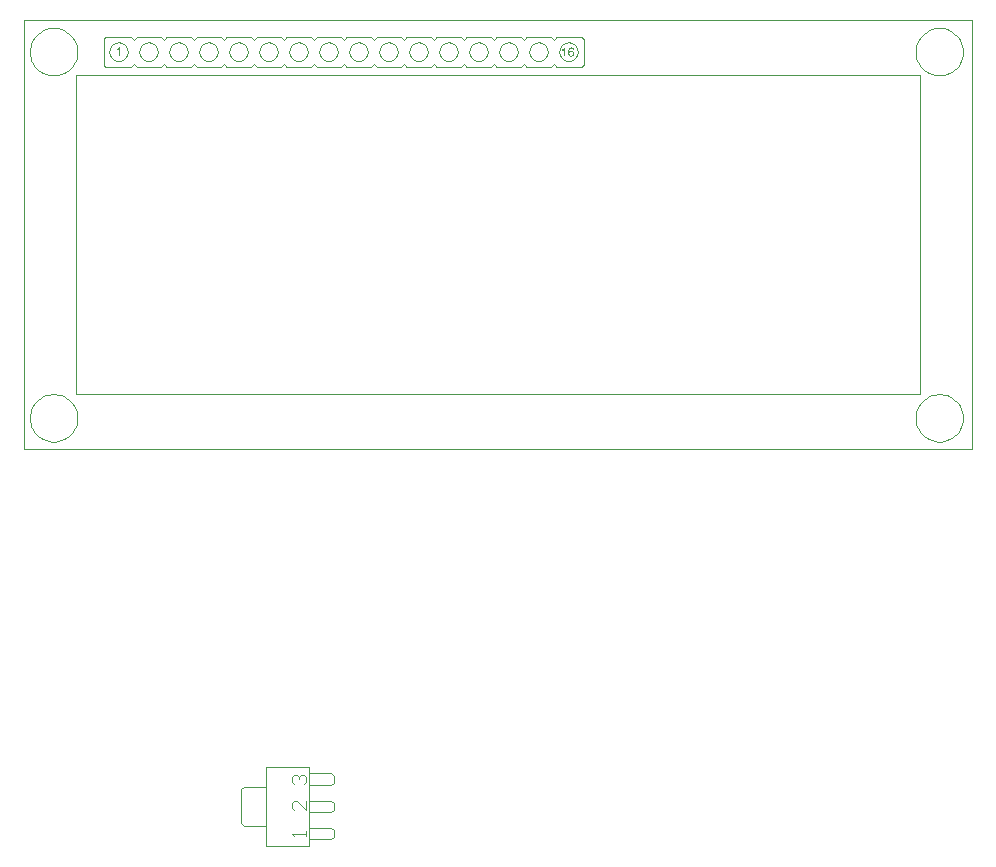
<source format=gm1>
G04 Layer_Color=48896*
%FSTAX44Y44*%
%MOMM*%
G71*
G01*
G75*
%ADD106C,0.0500*%
G36*
X00758454Y0095116D02*
X00757505D01*
Y00957179D01*
X00757494Y00957167D01*
X00757447Y0095712D01*
X00757365Y00957061D01*
X00757259Y0095698D01*
X00757131Y00956874D01*
X00756978Y00956769D01*
X00756803Y0095664D01*
X00756604Y00956523D01*
X00756592D01*
X0075658Y00956511D01*
X0075651Y00956464D01*
X00756404Y00956406D01*
X00756276Y00956336D01*
X00756124Y00956254D01*
X0075596Y00956183D01*
X00755784Y00956101D01*
X0075562Y00956031D01*
Y00956956D01*
X00755632D01*
X00755655Y00956968D01*
X00755702Y00956991D01*
X00755749Y00957026D01*
X00755819Y00957061D01*
X00755901Y00957097D01*
X00756088Y00957202D01*
X00756299Y00957331D01*
X00756533Y00957483D01*
X00756768Y00957659D01*
X0075699Y00957846D01*
X00757002Y00957858D01*
X00757013Y00957869D01*
X00757084Y0095794D01*
X00757189Y00958045D01*
X00757318Y00958174D01*
X00757458Y00958338D01*
X00757599Y00958513D01*
X00757728Y00958701D01*
X00757833Y00958888D01*
X00758454D01*
Y0095116D01*
D02*
G37*
G36*
X00381454D02*
X00380505D01*
Y00957179D01*
X00380494Y00957167D01*
X00380447Y0095712D01*
X00380365Y00957061D01*
X00380259Y0095698D01*
X00380131Y00956874D01*
X00379978Y00956769D01*
X00379803Y0095664D01*
X00379604Y00956523D01*
X00379592D01*
X0037958Y00956511D01*
X0037951Y00956464D01*
X00379404Y00956406D01*
X00379276Y00956336D01*
X00379123Y00956254D01*
X0037896Y00956183D01*
X00378784Y00956101D01*
X0037862Y00956031D01*
Y00956956D01*
X00378632D01*
X00378655Y00956968D01*
X00378702Y00956991D01*
X00378749Y00957026D01*
X00378819Y00957061D01*
X00378901Y00957097D01*
X00379088Y00957202D01*
X00379299Y00957331D01*
X00379533Y00957483D01*
X00379767Y00957659D01*
X0037999Y00957846D01*
X00380002Y00957858D01*
X00380013Y00957869D01*
X00380084Y0095794D01*
X00380189Y00958045D01*
X00380318Y00958174D01*
X00380458Y00958338D01*
X00380599Y00958513D01*
X00380728Y00958701D01*
X00380833Y00958888D01*
X00381454D01*
Y0095116D01*
D02*
G37*
G36*
X00763735Y00958876D02*
X00763805D01*
X00763898Y00958865D01*
X00764109Y0095883D01*
X00764343Y00958759D01*
X00764589Y00958666D01*
X00764835Y00958549D01*
X00764952Y00958467D01*
X0076507Y00958373D01*
X00765081D01*
X00765093Y0095835D01*
X00765163Y00958279D01*
X00765257Y00958162D01*
X00765374Y0095801D01*
X00765503Y00957811D01*
X00765608Y00957577D01*
X00765714Y00957296D01*
X00765772Y0095698D01*
X00764835Y00956909D01*
Y00956921D01*
Y00956933D01*
X00764812Y00957003D01*
X00764777Y00957097D01*
X00764742Y00957214D01*
X00764624Y00957483D01*
X00764554Y009576D01*
X00764472Y00957706D01*
X00764461Y00957729D01*
X00764402Y00957776D01*
X0076432Y00957834D01*
X00764215Y00957916D01*
X00764074Y00957987D01*
X0076391Y00958057D01*
X00763723Y00958104D01*
X00763524Y00958115D01*
X00763442D01*
X0076336Y00958104D01*
X00763254Y0095808D01*
X00763126Y00958057D01*
X00762985Y0095801D01*
X00762856Y0095794D01*
X00762716Y00957858D01*
X00762692Y00957846D01*
X00762646Y00957799D01*
X00762564Y00957717D01*
X0076247Y00957612D01*
X00762353Y00957483D01*
X00762236Y00957319D01*
X00762119Y0095712D01*
X00762013Y00956898D01*
Y00956886D01*
X00762002Y00956874D01*
X0076199Y00956827D01*
X00761978Y0095678D01*
X00761955Y00956722D01*
X00761931Y0095664D01*
X00761908Y00956546D01*
X00761885Y00956441D01*
X00761861Y00956324D01*
X00761838Y00956195D01*
X00761814Y00956043D01*
X00761791Y00955891D01*
X00761779Y00955715D01*
X00761767Y00955528D01*
X00761756Y00955329D01*
Y00955129D01*
X00761767Y00955141D01*
X00761814Y009552D01*
X00761885Y00955293D01*
X0076199Y00955411D01*
X00762107Y00955539D01*
X00762247Y00955668D01*
X00762411Y00955785D01*
X00762587Y00955891D01*
X0076261Y00955902D01*
X00762669Y00955926D01*
X00762774Y00955973D01*
X00762903Y00956019D01*
X00763055Y00956066D01*
X00763231Y00956113D01*
X00763419Y00956136D01*
X00763617Y00956148D01*
X00763711D01*
X00763782Y00956136D01*
X00763863Y00956125D01*
X00763957Y00956113D01*
X0076418Y00956066D01*
X00764426Y00955973D01*
X00764566Y00955926D01*
X00764695Y00955855D01*
X00764835Y00955773D01*
X00764976Y0095568D01*
X00765105Y00955574D01*
X00765233Y00955446D01*
X00765245Y00955434D01*
X00765257Y00955411D01*
X00765292Y00955375D01*
X00765339Y00955317D01*
X00765386Y00955247D01*
X00765444Y00955165D01*
X00765503Y00955071D01*
X00765573Y00954966D01*
X00765631Y00954837D01*
X0076569Y00954708D01*
X00765749Y00954556D01*
X00765796Y00954404D01*
X00765842Y00954228D01*
X00765877Y00954052D01*
X00765889Y00953853D01*
X00765901Y00953654D01*
Y00953642D01*
Y00953619D01*
Y00953584D01*
Y00953537D01*
X00765889Y00953467D01*
Y00953397D01*
X00765866Y00953209D01*
X00765819Y0095301D01*
X00765772Y00952776D01*
X0076569Y00952542D01*
X00765585Y00952308D01*
Y00952296D01*
X00765573Y00952284D01*
X0076555Y00952249D01*
X00765526Y00952202D01*
X00765456Y00952097D01*
X00765362Y00951956D01*
X00765233Y00951804D01*
X00765081Y00951652D01*
X00764917Y009515D01*
X00764718Y00951359D01*
X00764695Y00951347D01*
X00764624Y00951312D01*
X00764507Y00951254D01*
X00764367Y00951195D01*
X0076418Y00951137D01*
X00763969Y00951078D01*
X00763735Y00951043D01*
X00763489Y00951031D01*
X00763442D01*
X00763372Y00951043D01*
X0076329D01*
X00763196Y00951055D01*
X00763079Y00951078D01*
X0076295Y00951102D01*
X0076281Y00951137D01*
X00762657Y00951183D01*
X00762493Y00951242D01*
X00762341Y00951312D01*
X00762177Y00951394D01*
X00762013Y009515D01*
X00761849Y00951617D01*
X00761697Y00951746D01*
X00761557Y00951898D01*
X00761545Y00951909D01*
X00761522Y00951945D01*
X00761486Y00951991D01*
X0076144Y00952062D01*
X00761381Y00952155D01*
X00761322Y00952272D01*
X00761252Y00952413D01*
X00761194Y00952577D01*
X00761123Y00952764D01*
X00761053Y00952975D01*
X00760995Y00953209D01*
X00760936Y00953467D01*
X00760889Y00953748D01*
X00760854Y00954064D01*
X00760831Y00954392D01*
X00760819Y00954755D01*
Y00954766D01*
Y00954778D01*
Y00954813D01*
Y00954848D01*
Y00954966D01*
X00760831Y00955118D01*
X00760842Y00955305D01*
X00760866Y00955516D01*
X00760889Y0095575D01*
X00760924Y00955996D01*
X00760959Y00956265D01*
X00761018Y00956535D01*
X00761088Y00956804D01*
X0076117Y00957061D01*
X00761264Y00957331D01*
X00761369Y00957565D01*
X00761498Y00957799D01*
X00761639Y00957998D01*
X0076165Y0095801D01*
X00761674Y00958033D01*
X00761709Y0095808D01*
X00761767Y00958139D01*
X00761849Y00958209D01*
X00761931Y00958279D01*
X00762037Y00958361D01*
X00762154Y00958443D01*
X00762283Y00958525D01*
X00762435Y00958607D01*
X00762587Y00958677D01*
X00762763Y00958748D01*
X0076295Y00958806D01*
X00763149Y00958853D01*
X0076336Y00958876D01*
X00763582Y00958888D01*
X00763664D01*
X00763735Y00958876D01*
D02*
G37*
%LPC*%
G36*
X0076343Y00955317D02*
X00763372D01*
X00763325Y00955305D01*
X00763208Y00955293D01*
X00763055Y00955258D01*
X00762891Y009552D01*
X00762704Y00955118D01*
X00762529Y00955001D01*
X00762353Y00954848D01*
X00762329Y00954825D01*
X00762283Y00954766D01*
X00762212Y00954661D01*
X0076213Y00954532D01*
X00762048Y00954357D01*
X00761978Y00954146D01*
X00761931Y00953912D01*
X00761908Y00953642D01*
Y00953619D01*
Y0095356D01*
X0076192Y00953467D01*
X00761931Y0095335D01*
X00761955Y00953197D01*
X0076199Y00953045D01*
X00762037Y00952881D01*
X00762107Y00952706D01*
X00762119Y00952682D01*
X00762142Y00952635D01*
X00762189Y00952553D01*
X00762259Y0095246D01*
X00762341Y00952343D01*
X00762435Y00952237D01*
X00762552Y0095212D01*
X00762681Y00952027D01*
X00762692Y00952015D01*
X00762751Y00951991D01*
X00762821Y00951956D01*
X00762915Y00951921D01*
X00763032Y00951874D01*
X00763173Y00951839D01*
X00763313Y00951816D01*
X00763465Y00951804D01*
X00763524D01*
X00763571Y00951816D01*
X00763676Y00951827D01*
X00763828Y00951863D01*
X0076398Y00951921D01*
X00764156Y00952003D01*
X00764332Y0095212D01*
X00764496Y00952284D01*
X00764519Y00952308D01*
X00764566Y00952378D01*
X00764636Y00952483D01*
X00764718Y00952624D01*
X00764789Y00952811D01*
X00764859Y00953045D01*
X00764906Y00953303D01*
X00764929Y00953596D01*
Y00953607D01*
Y00953631D01*
Y00953678D01*
X00764917Y00953724D01*
Y00953795D01*
X00764906Y00953877D01*
X00764882Y00954052D01*
X00764824Y00954251D01*
X00764753Y00954462D01*
X00764648Y00954661D01*
X00764507Y00954848D01*
X00764484Y00954872D01*
X00764437Y00954919D01*
X00764343Y00955001D01*
X00764215Y00955083D01*
X00764062Y00955165D01*
X00763875Y00955247D01*
X00763664Y00955293D01*
X0076343Y00955317D01*
D02*
G37*
%LPD*%
D106*
X0077382Y0096516D02*
X007732Y00967057D01*
X0077142Y0096796D01*
Y0094236D02*
X007732Y00943263D01*
X0077382Y0094516D01*
X0076912Y0095516D02*
X00768728Y00957632D01*
X00767592Y00959862D01*
X00765822Y00961632D01*
X00763592Y00962768D01*
X0076112Y0096316D01*
X00758648Y00962768D01*
X00756418Y00961632D01*
X00754648Y00959862D01*
X00753512Y00957632D01*
X0075312Y0095516D01*
X00753512Y00952688D01*
X00754648Y00950458D01*
X00756418Y00948688D01*
X00758648Y00947551D01*
X0076112Y0094716D01*
X00763592Y00947551D01*
X00765822Y00948688D01*
X00767592Y00950458D01*
X00768728Y00952688D01*
X0076912Y0095516D01*
X0074372D02*
X00743328Y00957632D01*
X00742192Y00959862D01*
X00740422Y00961632D01*
X00738192Y00962768D01*
X0073572Y0096316D01*
X00733248Y00962768D01*
X00731018Y00961632D01*
X00729248Y00959862D01*
X00728111Y00957632D01*
X0072772Y0095516D01*
X00728111Y00952688D01*
X00729248Y00950458D01*
X00731018Y00948688D01*
X00733248Y00947551D01*
X0073572Y0094716D01*
X00738192Y00947551D01*
X00740422Y00948688D01*
X00742192Y00950458D01*
X00743328Y00952688D01*
X0074372Y0095516D01*
X0071832D02*
X00717928Y00957632D01*
X00716792Y00959862D01*
X00715022Y00961632D01*
X00712792Y00962768D01*
X0071032Y0096316D01*
X00707848Y00962768D01*
X00705618Y00961632D01*
X00703848Y00959862D01*
X00702711Y00957632D01*
X0070232Y0095516D01*
X00702711Y00952688D01*
X00703848Y00950458D01*
X00705618Y00948688D01*
X00707848Y00947551D01*
X0071032Y0094716D01*
X00712792Y00947551D01*
X00715022Y00948688D01*
X00716792Y00950458D01*
X00717928Y00952688D01*
X0071832Y0095516D01*
X0069292D02*
X00692529Y00957632D01*
X00691392Y00959862D01*
X00689622Y00961632D01*
X00687392Y00962768D01*
X0068492Y0096316D01*
X00682448Y00962768D01*
X00680218Y00961632D01*
X00678448Y00959862D01*
X00677311Y00957632D01*
X0067692Y0095516D01*
X00677311Y00952688D01*
X00678448Y00950458D01*
X00680218Y00948688D01*
X00682448Y00947551D01*
X0068492Y0094716D01*
X00687392Y00947551D01*
X00689622Y00948688D01*
X00691392Y00950458D01*
X00692529Y00952688D01*
X0069292Y0095516D01*
X0066752D02*
X00667129Y00957632D01*
X00665992Y00959862D01*
X00664222Y00961632D01*
X00661992Y00962768D01*
X0065952Y0096316D01*
X00657048Y00962768D01*
X00654818Y00961632D01*
X00653048Y00959862D01*
X00651911Y00957632D01*
X0065152Y0095516D01*
X00651911Y00952688D01*
X00653048Y00950458D01*
X00654818Y00948688D01*
X00657048Y00947551D01*
X0065952Y0094716D01*
X00661992Y00947551D01*
X00664222Y00948688D01*
X00665992Y00950458D01*
X00667129Y00952688D01*
X0066752Y0095516D01*
X0064212D02*
X00641729Y00957632D01*
X00640592Y00959862D01*
X00638822Y00961632D01*
X00636592Y00962768D01*
X0063412Y0096316D01*
X00631648Y00962768D01*
X00629418Y00961632D01*
X00627648Y00959862D01*
X00626511Y00957632D01*
X0062612Y0095516D01*
X00626511Y00952688D01*
X00627648Y00950458D01*
X00629418Y00948688D01*
X00631648Y00947551D01*
X0063412Y0094716D01*
X00636592Y00947551D01*
X00638822Y00948688D01*
X00640592Y00950458D01*
X00641729Y00952688D01*
X0064212Y0095516D01*
X0036742Y0094516D02*
X0036804Y00943263D01*
X0036982Y0094236D01*
Y0096796D02*
X0036804Y00967057D01*
X0036742Y0096516D01*
X0038812Y0095516D02*
X00387729Y00957632D01*
X00386592Y00959862D01*
X00384822Y00961632D01*
X00382592Y00962768D01*
X0038012Y0096316D01*
X00377648Y00962768D01*
X00375418Y00961632D01*
X00373648Y00959862D01*
X00372511Y00957632D01*
X0037212Y0095516D01*
X00372511Y00952688D01*
X00373648Y00950458D01*
X00375418Y00948688D01*
X00377648Y00947551D01*
X0038012Y0094716D01*
X00382592Y00947551D01*
X00384822Y00948688D01*
X00386592Y00950458D01*
X00387729Y00952688D01*
X0038812Y0095516D01*
X00387729Y00957632D01*
X00386592Y00959862D01*
X00384822Y00961632D01*
X00382592Y00962768D01*
X0038012Y0096316D01*
X00377648Y00962768D01*
X00375418Y00961632D01*
X00373648Y00959862D01*
X00372511Y00957632D01*
X0037212Y0095516D01*
X00372511Y00952688D01*
X00373648Y00950458D01*
X00375418Y00948688D01*
X00377648Y00947551D01*
X0038012Y0094716D01*
X00382592Y00947551D01*
X00384822Y00948688D01*
X00386592Y00950458D01*
X00387729Y00952688D01*
X0038812Y0095516D01*
X0041352D02*
X00413129Y00957632D01*
X00411992Y00959862D01*
X00410222Y00961632D01*
X00407992Y00962768D01*
X0040552Y0096316D01*
X00403048Y00962768D01*
X00400818Y00961632D01*
X00399048Y00959862D01*
X00397911Y00957632D01*
X0039752Y0095516D01*
X00397911Y00952688D01*
X00399048Y00950458D01*
X00400818Y00948688D01*
X00403048Y00947551D01*
X0040552Y0094716D01*
X00407992Y00947551D01*
X00410222Y00948688D01*
X00411992Y00950458D01*
X00413129Y00952688D01*
X0041352Y0095516D01*
X0043892D02*
X00438529Y00957632D01*
X00437392Y00959862D01*
X00435622Y00961632D01*
X00433392Y00962768D01*
X0043092Y0096316D01*
X00428448Y00962768D01*
X00426218Y00961632D01*
X00424448Y00959862D01*
X00423312Y00957632D01*
X0042292Y0095516D01*
X00423312Y00952688D01*
X00424448Y00950458D01*
X00426218Y00948688D01*
X00428448Y00947551D01*
X0043092Y0094716D01*
X00433392Y00947551D01*
X00435622Y00948688D01*
X00437392Y00950458D01*
X00438529Y00952688D01*
X0043892Y0095516D01*
X0046432D02*
X00463928Y00957632D01*
X00462792Y00959862D01*
X00461022Y00961632D01*
X00458792Y00962768D01*
X0045632Y0096316D01*
X00453848Y00962768D01*
X00451618Y00961632D01*
X00449848Y00959862D01*
X00448712Y00957632D01*
X0044832Y0095516D01*
X00448712Y00952688D01*
X00449848Y00950458D01*
X00451618Y00948688D01*
X00453848Y00947551D01*
X0045632Y0094716D01*
X00458792Y00947551D01*
X00461022Y00948688D01*
X00462792Y00950458D01*
X00463928Y00952688D01*
X0046432Y0095516D01*
X0048972D02*
X00489328Y00957632D01*
X00488192Y00959862D01*
X00486422Y00961632D01*
X00484192Y00962768D01*
X0048172Y0096316D01*
X00479248Y00962768D01*
X00477018Y00961632D01*
X00475248Y00959862D01*
X00474112Y00957632D01*
X0047372Y0095516D01*
X00474112Y00952688D01*
X00475248Y00950458D01*
X00477018Y00948688D01*
X00479248Y00947551D01*
X0048172Y0094716D01*
X00484192Y00947551D01*
X00486422Y00948688D01*
X00488192Y00950458D01*
X00489328Y00952688D01*
X0048972Y0095516D01*
X0051512D02*
X00514729Y00957632D01*
X00513592Y00959862D01*
X00511822Y00961632D01*
X00509592Y00962768D01*
X0050712Y0096316D01*
X00504648Y00962768D01*
X00502418Y00961632D01*
X00500648Y00959862D01*
X00499511Y00957632D01*
X0049912Y0095516D01*
X00499511Y00952688D01*
X00500648Y00950458D01*
X00502418Y00948688D01*
X00504648Y00947551D01*
X0050712Y0094716D01*
X00509592Y00947551D01*
X00511822Y00948688D01*
X00513592Y00950458D01*
X00514729Y00952688D01*
X0051512Y0095516D01*
X0054052D02*
X00540129Y00957632D01*
X00538992Y00959862D01*
X00537222Y00961632D01*
X00534992Y00962768D01*
X0053252Y0096316D01*
X00530048Y00962768D01*
X00527818Y00961632D01*
X00526048Y00959862D01*
X00524911Y00957632D01*
X0052452Y0095516D01*
X00524911Y00952688D01*
X00526048Y00950458D01*
X00527818Y00948688D01*
X00530048Y00947551D01*
X0053252Y0094716D01*
X00534992Y00947551D01*
X00537222Y00948688D01*
X00538992Y00950458D01*
X00540129Y00952688D01*
X0054052Y0095516D01*
X0056592D02*
X00565528Y00957632D01*
X00564392Y00959862D01*
X00562622Y00961632D01*
X00560392Y00962768D01*
X0055792Y0096316D01*
X00555448Y00962768D01*
X00553218Y00961632D01*
X00551448Y00959862D01*
X00550312Y00957632D01*
X0054992Y0095516D01*
X00550312Y00952688D01*
X00551448Y00950458D01*
X00553218Y00948688D01*
X00555448Y00947551D01*
X0055792Y0094716D01*
X00560392Y00947551D01*
X00562622Y00948688D01*
X00564392Y00950458D01*
X00565528Y00952688D01*
X0056592Y0095516D01*
X0059132D02*
X00590928Y00957632D01*
X00589792Y00959862D01*
X00588022Y00961632D01*
X00585792Y00962768D01*
X0058332Y0096316D01*
X00580848Y00962768D01*
X00578618Y00961632D01*
X00576848Y00959862D01*
X00575712Y00957632D01*
X0057532Y0095516D01*
X00575712Y00952688D01*
X00576848Y00950458D01*
X00578618Y00948688D01*
X00580848Y00947551D01*
X0058332Y0094716D01*
X00585792Y00947551D01*
X00588022Y00948688D01*
X00589792Y00950458D01*
X00590928Y00952688D01*
X0059132Y0095516D01*
X0061672D02*
X00616329Y00957632D01*
X00615192Y00959862D01*
X00613422Y00961632D01*
X00611192Y00962768D01*
X0060872Y0096316D01*
X00606248Y00962768D01*
X00604018Y00961632D01*
X00602248Y00959862D01*
X00601111Y00957632D01*
X0060072Y0095516D01*
X00601111Y00952688D01*
X00602248Y00950458D01*
X00604018Y00948688D01*
X00606248Y00947551D01*
X0060872Y0094716D01*
X00611192Y00947551D01*
X00613422Y00948688D01*
X00615192Y00950458D01*
X00616329Y00952688D01*
X0061672Y0095516D01*
X00345201D02*
X00345042Y00957677D01*
X0034457Y00960154D01*
X0034379Y00962552D01*
X00342717Y00964834D01*
X00341365Y00966963D01*
X00339758Y00968906D01*
X0033792Y00970632D01*
X0033588Y00972114D01*
X0033367Y00973329D01*
X00331325Y00974258D01*
X00328883Y00974885D01*
X00326381Y00975201D01*
X00323859D01*
X00321357Y00974885D01*
X00318915Y00974258D01*
X0031657Y00973329D01*
X0031436Y00972114D01*
X0031232Y00970632D01*
X00310482Y00968906D01*
X00308875Y00966963D01*
X00307523Y00964834D01*
X0030645Y00962552D01*
X0030567Y00960154D01*
X00305198Y00957677D01*
X0030504Y0095516D01*
X00305198Y00952643D01*
X0030567Y00950166D01*
X0030645Y00947768D01*
X00307523Y00945486D01*
X00308875Y00943357D01*
X00310482Y00941414D01*
X0031232Y00939688D01*
X0031436Y00938205D01*
X0031657Y00936991D01*
X00318915Y00936062D01*
X00321357Y00935435D01*
X00323859Y00935119D01*
X00326381D01*
X00328883Y00935435D01*
X00331325Y00936062D01*
X0033367Y00936991D01*
X0033588Y00938205D01*
X0033792Y00939688D01*
X00339758Y00941414D01*
X00341365Y00943357D01*
X00342717Y00945486D01*
X0034379Y00947768D01*
X0034457Y00950166D01*
X00345042Y00952643D01*
X00345201Y0095516D01*
X01095201D02*
X01095042Y00957677D01*
X0109457Y00960154D01*
X0109379Y00962552D01*
X01092717Y00964834D01*
X01091366Y00966963D01*
X01089758Y00968906D01*
X0108792Y00970632D01*
X0108588Y00972114D01*
X0108367Y00973329D01*
X01081325Y00974258D01*
X01078883Y00974885D01*
X01076381Y00975201D01*
X01073859D01*
X01071357Y00974885D01*
X01068915Y00974258D01*
X0106657Y00973329D01*
X0106436Y00972114D01*
X0106232Y00970632D01*
X01060482Y00968906D01*
X01058875Y00966963D01*
X01057523Y00964834D01*
X0105645Y00962552D01*
X0105567Y00960154D01*
X01055198Y00957677D01*
X0105504Y0095516D01*
X01055198Y00952643D01*
X0105567Y00950166D01*
X0105645Y00947768D01*
X01057523Y00945486D01*
X01058875Y00943357D01*
X01060482Y00941414D01*
X0106232Y00939688D01*
X0106436Y00938205D01*
X0106657Y00936991D01*
X01068915Y00936062D01*
X01071357Y00935435D01*
X01073859Y00935119D01*
X01076381D01*
X01078883Y00935435D01*
X01081325Y00936062D01*
X0108367Y00936991D01*
X0108588Y00938205D01*
X0108792Y00939688D01*
X01089758Y00941414D01*
X01091366Y00943357D01*
X01092717Y00945486D01*
X0109379Y00947768D01*
X0109457Y00950166D01*
X01095042Y00952643D01*
X01095201Y0095516D01*
Y0064516D02*
X01095042Y00647677D01*
X0109457Y00650154D01*
X0109379Y00652552D01*
X01092717Y00654834D01*
X01091366Y00656963D01*
X01089758Y00658906D01*
X0108792Y00660632D01*
X0108588Y00662114D01*
X0108367Y00663329D01*
X01081325Y00664258D01*
X01078883Y00664885D01*
X01076381Y00665201D01*
X01073859D01*
X01071357Y00664885D01*
X01068915Y00664258D01*
X0106657Y00663329D01*
X0106436Y00662114D01*
X0106232Y00660632D01*
X01060482Y00658906D01*
X01058875Y00656963D01*
X01057523Y00654834D01*
X0105645Y00652552D01*
X0105567Y00650154D01*
X01055198Y00647677D01*
X0105504Y0064516D01*
X01055198Y00642643D01*
X0105567Y00640166D01*
X0105645Y00637768D01*
X01057523Y00635486D01*
X01058875Y00633357D01*
X01060482Y00631414D01*
X0106232Y00629688D01*
X0106436Y00628205D01*
X0106657Y00626991D01*
X01068915Y00626062D01*
X01071357Y00625435D01*
X01073859Y00625119D01*
X01076381D01*
X01078883Y00625435D01*
X01081325Y00626062D01*
X0108367Y00626991D01*
X0108588Y00628205D01*
X0108792Y00629688D01*
X01089758Y00631414D01*
X01091366Y00633357D01*
X01092717Y00635486D01*
X0109379Y00637768D01*
X0109457Y00640166D01*
X01095042Y00642643D01*
X01095201Y0064516D01*
X00345201D02*
X00345042Y00647677D01*
X0034457Y00650154D01*
X0034379Y00652552D01*
X00342717Y00654834D01*
X00341365Y00656963D01*
X00339758Y00658906D01*
X0033792Y00660632D01*
X0033588Y00662114D01*
X0033367Y00663329D01*
X00331325Y00664258D01*
X00328883Y00664885D01*
X00326381Y00665201D01*
X00323859D01*
X00321357Y00664885D01*
X00318915Y00664258D01*
X0031657Y00663329D01*
X0031436Y00662114D01*
X0031232Y00660632D01*
X00310482Y00658906D01*
X00308875Y00656963D01*
X00307523Y00654834D01*
X0030645Y00652552D01*
X0030567Y00650154D01*
X00305198Y00647677D01*
X0030504Y0064516D01*
X00305198Y00642643D01*
X0030567Y00640166D01*
X0030645Y00637768D01*
X00307523Y00635486D01*
X00308875Y00633357D01*
X00310482Y00631414D01*
X0031232Y00629688D01*
X0031436Y00628205D01*
X0031657Y00626991D01*
X00318915Y00626062D01*
X00321357Y00625435D01*
X00323859Y00625119D01*
X00326381D01*
X00328883Y00625435D01*
X00331325Y00626062D01*
X0033367Y00626991D01*
X0033588Y00628205D01*
X0033792Y00629688D01*
X00339758Y00631414D01*
X00341365Y00633357D01*
X00342717Y00635486D01*
X0034379Y00637768D01*
X0034457Y00640166D01*
X00345042Y00642643D01*
X00345201Y0064516D01*
X0056024Y0028823D02*
X0056224Y0029023D01*
X0056224Y0029623D02*
X0056024Y0029823D01*
X0056224Y0031923D02*
X0056024Y0032123D01*
X0056024Y0031123D02*
X0056224Y0031323D01*
X0056224Y0034223D02*
X0056024Y0034423D01*
X0056024Y0033423D02*
X0056224Y0033623D01*
X0048424Y0030183D02*
X0048624Y0029983D01*
X0048624Y0033263D02*
X0048424Y0033063D01*
X0077382Y0094516D02*
Y0096516D01*
X0074588Y0096786D02*
X0074842Y0096532D01*
X0074578Y0094236D02*
X0074588Y0094246D01*
X0074842Y00945D01*
X0074588Y0094236D02*
Y0094246D01*
Y0096786D02*
Y0096796D01*
X0074842Y0096532D02*
X0075096Y0096786D01*
X0074588D02*
X0074842Y0096532D01*
X0075082Y0096796D02*
X0077128D01*
X0074842Y00945D02*
X0075096Y0094246D01*
X0074588D02*
X0074842Y00945D01*
X0074588Y0094236D02*
Y0094246D01*
X0075082Y0094236D02*
X0077118D01*
X0074588D02*
Y0094246D01*
X0074842Y00945D01*
X0072542Y0094236D02*
X0074578D01*
X0074588Y0094246D01*
X0072048Y0094236D02*
Y0094246D01*
X0072302Y00945D01*
X0072556Y0094246D01*
X0074588Y0096786D02*
X0074842Y0096532D01*
X0072542Y0096796D02*
X0074588D01*
X0072048Y0096786D02*
X0072302Y0096532D01*
X0072556Y0096786D01*
X0072048D02*
Y0096796D01*
Y0094236D02*
Y0094246D01*
X0072302Y00945D01*
X0070002Y0094236D02*
X0072038D01*
X0072048Y0094246D01*
X0069508Y0094236D02*
Y0094246D01*
X0069762Y00945D01*
X0070016Y0094246D01*
X0072048Y0096786D02*
X0072302Y0096532D01*
X0070002Y0096796D02*
X0072048D01*
X0069508Y0096786D02*
X0069762Y0096532D01*
X0070016Y0096786D01*
X0069508D02*
Y0096796D01*
Y0094236D02*
Y0094246D01*
X0069762Y00945D01*
X0067462Y0094236D02*
X0069498D01*
X0069508Y0094246D01*
X0066968Y0094236D02*
Y0094246D01*
X0067222Y00945D01*
X0067476Y0094246D01*
X0069508Y0096786D02*
X0069762Y0096532D01*
X0067462Y0096796D02*
X0069508D01*
X0066968Y0096786D02*
X0067222Y0096532D01*
X0067476Y0096786D01*
X0066968D02*
Y0096796D01*
Y0094236D02*
Y0094246D01*
X0067222Y00945D01*
X0064922Y0094236D02*
X0066958D01*
X0066968Y0094246D01*
X0064428Y0094236D02*
Y0094246D01*
X0064682Y00945D01*
X0064936Y0094246D01*
X0066968Y0096786D02*
X0067222Y0096532D01*
X0064922Y0096796D02*
X0066968D01*
X0064428Y0096786D02*
X0064682Y0096532D01*
X0064936Y0096786D01*
X0064428D02*
Y0096796D01*
Y0094236D02*
Y0094246D01*
X0062382Y0094236D02*
X0064418D01*
X0064428Y0094246D01*
X0061888Y0094236D02*
Y0094246D01*
X0062142Y00945D01*
X0062396Y0094246D01*
X0062382Y0096796D02*
X0064428D01*
X0061888Y0096786D02*
X0062142Y0096532D01*
X0062396Y0096786D01*
X0061888D02*
Y0096796D01*
X0036742Y0094516D02*
Y0096516D01*
X0039028Y0096786D02*
X0039282Y0096532D01*
X0039536Y0096786D01*
X0039028Y0094236D02*
Y0094246D01*
X0039282Y00945D01*
Y009449D02*
Y00945D01*
Y009449D02*
X0039536Y0094236D01*
X0036982Y0096796D02*
X0039028D01*
X0041568Y0096786D02*
X0041822Y0096532D01*
X0042076Y0096786D01*
X0039536Y0096796D02*
X0041568D01*
Y0096786D02*
Y0096796D01*
X0036982Y0094236D02*
X0039018D01*
X0039028Y0094246D01*
X0039536Y0094236D02*
X0041568D01*
Y0094246D01*
X0041822Y00945D01*
X0042076Y0094246D01*
X0046648Y0096786D02*
Y0096796D01*
X0044616D02*
X0046648D01*
X0046902Y0096532D02*
X0047156Y0096786D01*
X0046648D02*
X0046902Y0096532D01*
X0042062Y0096796D02*
X0044108D01*
X0044362Y0096532D02*
X0044616Y0096786D01*
X0044108D02*
X0044362Y0096532D01*
X0051728Y0096786D02*
Y0096796D01*
X0049696D02*
X0051728D01*
X0051982Y0096532D02*
X0052236Y0096786D01*
X0051728D02*
X0051982Y0096532D01*
X0047142Y0096796D02*
X0049188D01*
X0049442Y0096532D02*
X0049696Y0096786D01*
X0049188D02*
X0049442Y0096532D01*
X0056808Y0096786D02*
Y0096796D01*
X0054776D02*
X0056808D01*
X0057062Y0096532D02*
X0057316Y0096786D01*
X0056808D02*
X0057062Y0096532D01*
X0052222Y0096796D02*
X0054268D01*
X0054522Y0096532D02*
X0054776Y0096786D01*
X0054268D02*
X0054522Y0096532D01*
X0061888Y0096786D02*
Y0096796D01*
X0059856D02*
X0061888D01*
Y0096786D02*
X0062142Y0096532D01*
X0057302Y0096796D02*
X0059348D01*
X0059602Y0096532D02*
X0059856Y0096786D01*
X0059348D02*
X0059602Y0096532D01*
X0046902Y00945D02*
X0047156Y0094246D01*
X0046648D02*
X0046902Y00945D01*
X0046648Y0094236D02*
Y0094246D01*
X0044616Y0094236D02*
X0046648D01*
X0044098D02*
X0044108Y0094246D01*
X0042062Y0094236D02*
X0044098D01*
X0044362Y009449D02*
X0044616Y0094236D01*
X0044362Y009449D02*
Y00945D01*
X0044108Y0094246D02*
X0044362Y00945D01*
X0044108Y0094236D02*
Y0094246D01*
X0051982Y00945D02*
X0052236Y0094246D01*
X0051728D02*
X0051982Y00945D01*
X0051728Y0094236D02*
Y0094246D01*
X0049696Y0094236D02*
X0051728D01*
X0049178D02*
X0049188Y0094246D01*
X0047142Y0094236D02*
X0049178D01*
X0049442Y009449D02*
X0049696Y0094236D01*
X0049442Y009449D02*
Y00945D01*
X0049188Y0094246D02*
X0049442Y00945D01*
X0049188Y0094236D02*
Y0094246D01*
X0057062Y00945D02*
X0057316Y0094246D01*
X0056808D02*
X0057062Y00945D01*
X0056808Y0094236D02*
Y0094246D01*
X0054776Y0094236D02*
X0056808D01*
X0054258D02*
X0054268Y0094246D01*
X0052222Y0094236D02*
X0054258D01*
X0054522Y009449D02*
X0054776Y0094236D01*
X0054522Y009449D02*
Y00945D01*
X0054268Y0094246D02*
X0054522Y00945D01*
X0054268Y0094236D02*
Y0094246D01*
X0061888D02*
X0062142Y00945D01*
X0061888Y0094236D02*
Y0094246D01*
X0059856Y0094236D02*
X0061888D01*
X0059338D02*
X0059348Y0094246D01*
X0057302Y0094236D02*
X0059338D01*
X0059602Y009449D02*
X0059856Y0094236D01*
X0059602Y009449D02*
Y00945D01*
X0059348Y0094246D02*
X0059602Y00945D01*
X0059348Y0094236D02*
Y0094246D01*
X0064418Y0094236D02*
X0064428Y0094246D01*
Y0094236D02*
Y0094246D01*
X01059125Y0066516D02*
Y0093516D01*
X00344125D02*
X01059125D01*
X01103125Y0061866D02*
Y0098166D01*
X00344125Y0066516D02*
Y0093516D01*
X00300125Y0061866D02*
X01103125D01*
X00344125Y0066516D02*
X01059125D01*
X00300125Y0098166D02*
X01103125D01*
X00300125Y0061866D02*
Y0098166D01*
X0050469Y0034978D02*
X0054179D01*
X0050469Y0028268D02*
X0054179D01*
X0050469D02*
Y0034978D01*
X0054179Y0028268D02*
Y0034978D01*
X0056224Y0029023D02*
Y0029623D01*
X0054214Y0029823D02*
X0056024D01*
X0054214Y0028823D02*
X0056024D01*
X0054179Y0031123D02*
X0056024D01*
X0054179Y0032123D02*
X0056024D01*
X0056224Y0031323D02*
Y0031923D01*
X0054179Y0033423D02*
X0056024D01*
X0054179Y0034423D02*
X0056024D01*
X0056224Y0033623D02*
Y0034223D01*
X0048424Y0030183D02*
Y0033063D01*
X0048624Y0029983D02*
X0050469D01*
X0048624Y0033263D02*
X0050469D01*
X00528993Y0033513D02*
X00526994Y00337129D01*
Y00341128D01*
X00528993Y00343127D01*
X00530993D01*
X00532992Y00341128D01*
Y00339129D01*
Y00341128D01*
X00534991Y00343127D01*
X00536991D01*
X0053899Y00341128D01*
Y00337129D01*
X00536991Y0033513D01*
X0053899Y00321077D02*
Y0031308D01*
X00530993Y00321077D01*
X00528993D01*
X00526994Y00319078D01*
Y00315079D01*
X00528993Y0031308D01*
X0053899Y0029103D02*
Y00295029D01*
Y00293029D01*
X00526994D01*
X00528993Y0029103D01*
M02*

</source>
